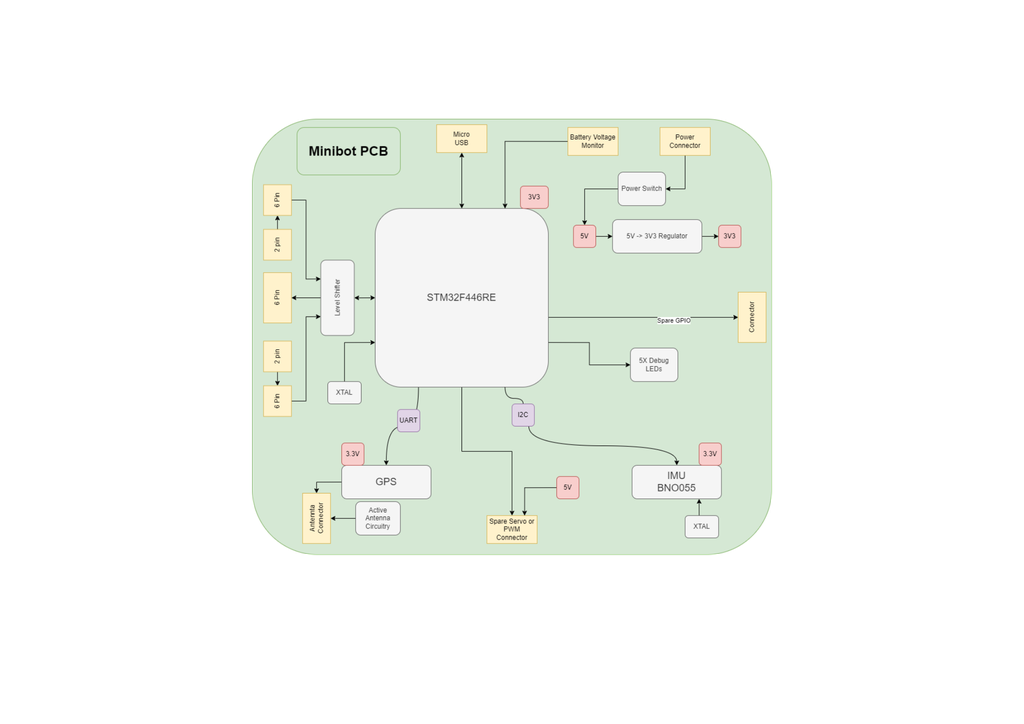
<source format=kicad_sch>
(kicad_sch (version 20230121) (generator eeschema)
  (paper "A4")
  (lib_symbols)
  (image (at 148.59 97.79) (scale 1.91296))
)
</source>
